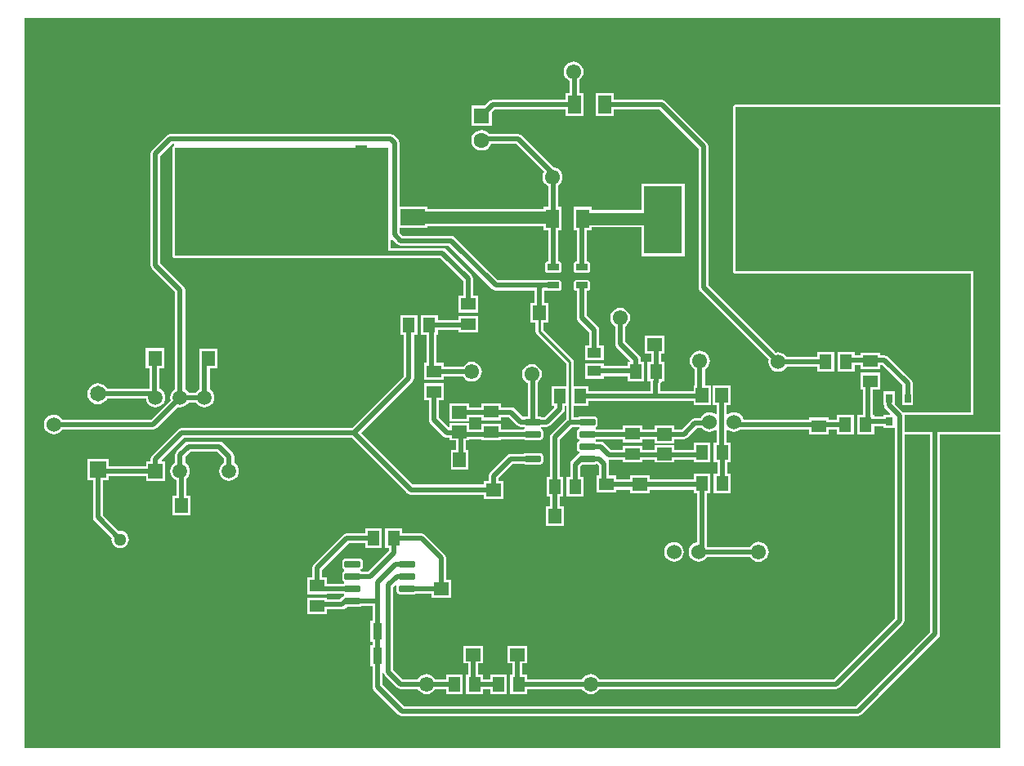
<source format=gtl>
G04 Layer_Physical_Order=1*
G04 Layer_Color=255*
%FSLAX24Y24*%
%MOIN*%
G70*
G01*
G75*
%ADD10R,0.1575X0.2756*%
G04:AMPARAMS|DCode=11|XSize=25.6mil|YSize=65mil|CornerRadius=1.9mil|HoleSize=0mil|Usage=FLASHONLY|Rotation=270.000|XOffset=0mil|YOffset=0mil|HoleType=Round|Shape=RoundedRectangle|*
%AMROUNDEDRECTD11*
21,1,0.0256,0.0611,0,0,270.0*
21,1,0.0218,0.0650,0,0,270.0*
1,1,0.0038,-0.0306,-0.0109*
1,1,0.0038,-0.0306,0.0109*
1,1,0.0038,0.0306,0.0109*
1,1,0.0038,0.0306,-0.0109*
%
%ADD11ROUNDEDRECTD11*%
%ADD12R,0.0610X0.0532*%
%ADD13R,0.0591X0.0492*%
%ADD14R,0.0492X0.0591*%
%ADD15R,0.0547X0.0626*%
%ADD16R,0.0532X0.0748*%
%ADD17R,0.0748X0.0532*%
%ADD18R,0.0984X0.0669*%
%ADD19R,0.0532X0.0610*%
%ADD20R,0.0551X0.0413*%
%ADD21R,0.0669X0.0374*%
%ADD22R,0.0256X0.0354*%
G04:AMPARAMS|DCode=23|XSize=25.6mil|YSize=47.2mil|CornerRadius=1.9mil|HoleSize=0mil|Usage=FLASHONLY|Rotation=270.000|XOffset=0mil|YOffset=0mil|HoleType=Round|Shape=RoundedRectangle|*
%AMROUNDEDRECTD23*
21,1,0.0256,0.0434,0,0,270.0*
21,1,0.0218,0.0472,0,0,270.0*
1,1,0.0038,-0.0217,-0.0109*
1,1,0.0038,-0.0217,0.0109*
1,1,0.0038,0.0217,0.0109*
1,1,0.0038,0.0217,-0.0109*
%
%ADD23ROUNDEDRECTD23*%
%ADD24R,0.0374X0.0669*%
%ADD25C,0.0200*%
%ADD26C,0.0500*%
%ADD27C,0.0100*%
%ADD28C,0.0600*%
%ADD29R,0.0630X0.0630*%
%ADD30C,0.0630*%
%ADD31R,0.0512X0.0512*%
%ADD32C,0.0512*%
%ADD33R,0.0512X0.0512*%
%ADD34C,0.0650*%
%ADD35R,0.0650X0.0650*%
%ADD36C,0.0610*%
%ADD37C,0.0591*%
%ADD38R,0.0591X0.0591*%
G36*
X39898Y26352D02*
X29100D01*
X29061Y26344D01*
X29028Y26322D01*
X29006Y26289D01*
X28998Y26250D01*
Y19550D01*
X29006Y19511D01*
X29028Y19478D01*
X29061Y19456D01*
X29100Y19448D01*
X38698D01*
Y13802D01*
X36042D01*
X36024Y13798D01*
X36006Y13795D01*
X35997Y13792D01*
X35994Y13790D01*
X35991Y13790D01*
X35940Y13798D01*
X35604Y14134D01*
Y14650D01*
X35148D01*
Y14095D01*
X35172D01*
Y14074D01*
X35188Y13996D01*
X35232Y13930D01*
X35411Y13751D01*
X35392Y13705D01*
X35148D01*
Y13631D01*
X34759D01*
Y13695D01*
X34704D01*
Y14717D01*
X34995D01*
Y15409D01*
X34205D01*
Y14717D01*
X34296D01*
Y13695D01*
X34067D01*
Y12905D01*
X34759D01*
Y13224D01*
X35148D01*
Y13150D01*
X35592D01*
Y12804D01*
X35596Y12784D01*
Y5384D01*
X33116Y2904D01*
X23554D01*
X23554Y2904D01*
X23489Y2989D01*
X23404Y3054D01*
X23306Y3095D01*
X23200Y3109D01*
X23094Y3095D01*
X22996Y3054D01*
X22911Y2989D01*
X22846Y2904D01*
X22846Y2904D01*
X20609D01*
Y3095D01*
X20404D01*
Y3541D01*
X20605D01*
Y4272D01*
X19795D01*
Y3541D01*
X19996D01*
Y3095D01*
X19917D01*
Y2305D01*
X20609D01*
Y2496D01*
X22846D01*
X22846Y2496D01*
X22911Y2411D01*
X22996Y2346D01*
X23094Y2305D01*
X23200Y2291D01*
X23306Y2305D01*
X23404Y2346D01*
X23489Y2411D01*
X23554Y2496D01*
X23554Y2496D01*
X33200D01*
X33278Y2512D01*
X33344Y2556D01*
X35944Y5156D01*
X35988Y5222D01*
X36004Y5300D01*
Y12800D01*
X36000Y12820D01*
Y12898D01*
X37046D01*
Y4834D01*
X34016Y1804D01*
X15584D01*
X14703Y2686D01*
Y3162D01*
X14753Y3167D01*
X14762Y3122D01*
X14806Y3056D01*
X15306Y2556D01*
X15372Y2512D01*
X15450Y2496D01*
X16146D01*
X16146Y2496D01*
X16211Y2411D01*
X16296Y2346D01*
X16394Y2305D01*
X16500Y2291D01*
X16606Y2305D01*
X16704Y2346D01*
X16789Y2411D01*
X16854Y2496D01*
X16854Y2496D01*
X17291D01*
Y2305D01*
X17983D01*
Y3095D01*
X17291D01*
Y2904D01*
X16854D01*
X16854Y2904D01*
X16789Y2989D01*
X16704Y3054D01*
X16606Y3095D01*
X16500Y3109D01*
X16394Y3095D01*
X16296Y3054D01*
X16211Y2989D01*
X16146Y2904D01*
X16146Y2904D01*
X15534D01*
X15154Y3284D01*
Y6666D01*
X15243Y6755D01*
X15289Y6730D01*
X15285Y6709D01*
Y6491D01*
X15294Y6445D01*
X15321Y6405D01*
X15360Y6379D01*
X15407Y6370D01*
X16018D01*
X16064Y6379D01*
X16090Y6396D01*
X16695D01*
Y6228D01*
X17505D01*
Y6959D01*
X17304D01*
Y7850D01*
X17288Y7928D01*
X17244Y7994D01*
X16444Y8794D01*
X16378Y8838D01*
X16300Y8854D01*
X15509D01*
Y9045D01*
X14817D01*
Y8255D01*
X14959D01*
Y8148D01*
X14116Y7304D01*
X13866D01*
X13840Y7321D01*
X13822Y7325D01*
Y7375D01*
X13840Y7379D01*
X13879Y7405D01*
X13906Y7445D01*
X13915Y7491D01*
Y7709D01*
X13906Y7755D01*
X13879Y7795D01*
X13840Y7821D01*
X13793Y7830D01*
X13182D01*
X13136Y7821D01*
X13096Y7795D01*
X13070Y7755D01*
X13061Y7709D01*
Y7491D01*
X13070Y7445D01*
X13096Y7405D01*
X13136Y7379D01*
X13153Y7375D01*
Y7325D01*
X13136Y7321D01*
X13096Y7295D01*
X13070Y7255D01*
X13061Y7209D01*
Y6991D01*
X13070Y6945D01*
X13096Y6905D01*
X13136Y6879D01*
X13153Y6875D01*
Y6825D01*
X13136Y6821D01*
X13110Y6804D01*
X12445D01*
Y7059D01*
X12254D01*
Y7366D01*
X13334Y8446D01*
X13991D01*
Y8255D01*
X14683D01*
Y9045D01*
X13991D01*
Y8854D01*
X13250D01*
X13172Y8838D01*
X13106Y8794D01*
X11906Y7594D01*
X11862Y7528D01*
X11846Y7450D01*
Y7059D01*
X11655D01*
Y6367D01*
X12445D01*
Y6396D01*
X13110D01*
X13136Y6379D01*
X13153Y6375D01*
Y6325D01*
X13136Y6321D01*
X13096Y6295D01*
X13070Y6255D01*
X13070Y6253D01*
X13056Y6244D01*
X12966Y6154D01*
X12445D01*
Y6233D01*
X12089D01*
X12050Y6241D01*
X12011Y6233D01*
X11655D01*
Y5541D01*
X12445D01*
Y5746D01*
X13050D01*
X13128Y5762D01*
X13194Y5806D01*
X13258Y5870D01*
X13793D01*
X13840Y5879D01*
X13866Y5896D01*
X14295D01*
Y5285D01*
X14212D01*
Y4415D01*
X14295D01*
Y4285D01*
X14212D01*
Y3415D01*
X14295D01*
Y2601D01*
X14310Y2523D01*
X14355Y2457D01*
X15356Y1456D01*
X15422Y1412D01*
X15500Y1396D01*
X34100D01*
X34178Y1412D01*
X34244Y1456D01*
X37394Y4606D01*
X37438Y4672D01*
X37454Y4750D01*
Y12898D01*
X39898D01*
Y102D01*
X102D01*
Y29898D01*
X39898D01*
Y26352D01*
D02*
G37*
G36*
Y19550D02*
Y13000D01*
X36000D01*
Y13654D01*
X36013Y13676D01*
X36033Y13697D01*
X36042Y13700D01*
X38800D01*
Y19550D01*
X29100D01*
Y26250D01*
X39898D01*
Y19550D01*
D02*
G37*
%LPC*%
G36*
X5800Y16413D02*
X5052D01*
Y15587D01*
X5196D01*
Y14749D01*
X3475D01*
X3471Y14760D01*
X3403Y14848D01*
X3314Y14916D01*
X3211Y14959D01*
X3100Y14974D01*
X2989Y14959D01*
X2886Y14916D01*
X2797Y14848D01*
X2729Y14760D01*
X2686Y14656D01*
X2672Y14545D01*
X2686Y14434D01*
X2729Y14331D01*
X2797Y14242D01*
X2886Y14174D01*
X2989Y14131D01*
X3100Y14117D01*
X3211Y14131D01*
X3314Y14174D01*
X3403Y14242D01*
X3471Y14331D01*
X3475Y14341D01*
X5064D01*
X5070Y14297D01*
X5109Y14201D01*
X5173Y14118D01*
X5255Y14055D01*
X5352Y14015D01*
X5455Y14001D01*
X5558Y14015D01*
X5654Y14055D01*
X5737Y14118D01*
X5800Y14201D01*
X5840Y14297D01*
X5853Y14400D01*
X5840Y14503D01*
X5800Y14599D01*
X5737Y14682D01*
X5654Y14745D01*
X5604Y14766D01*
Y15587D01*
X5800D01*
Y16413D01*
D02*
G37*
G36*
X33959Y16245D02*
X33267D01*
Y15455D01*
X33959D01*
Y15709D01*
X34205D01*
Y15543D01*
X34995D01*
Y15709D01*
X35102D01*
X35920Y14892D01*
Y14650D01*
X35896D01*
Y14095D01*
X36352D01*
Y14650D01*
X36328D01*
Y14976D01*
X36328Y14976D01*
X36312Y15054D01*
X36268Y15120D01*
X35331Y16058D01*
X35265Y16102D01*
X35187Y16117D01*
X34995D01*
Y16235D01*
X34205D01*
Y16117D01*
X33959D01*
Y16245D01*
D02*
G37*
G36*
X26600Y8503D02*
X26496Y8490D01*
X26398Y8449D01*
X26315Y8385D01*
X26251Y8302D01*
X26210Y8204D01*
X26197Y8100D01*
X26210Y7996D01*
X26251Y7898D01*
X26315Y7815D01*
X26398Y7751D01*
X26496Y7710D01*
X26600Y7697D01*
X26704Y7710D01*
X26802Y7751D01*
X26885Y7815D01*
X26949Y7898D01*
X26990Y7996D01*
X27003Y8100D01*
X26990Y8204D01*
X26949Y8302D01*
X26885Y8385D01*
X26802Y8449D01*
X26704Y8490D01*
X26600Y8503D01*
D02*
G37*
G36*
X18805Y4272D02*
X17995D01*
Y3541D01*
X18196D01*
Y3095D01*
X18117D01*
Y2305D01*
X18809D01*
Y2496D01*
X19091D01*
Y2305D01*
X19783D01*
Y3095D01*
X19091D01*
Y2904D01*
X18809D01*
Y3095D01*
X18604D01*
Y3541D01*
X18805D01*
Y4272D01*
D02*
G37*
G36*
X16133Y17745D02*
X15441D01*
Y16955D01*
X15583D01*
Y15271D01*
X13466Y13154D01*
X6509D01*
X6431Y13138D01*
X6365Y13094D01*
X5311Y12039D01*
X5266Y11973D01*
X5251Y11895D01*
Y11795D01*
X5059D01*
Y11604D01*
X3525D01*
Y11880D01*
X2675D01*
Y11030D01*
X2896D01*
Y9508D01*
X2912Y9430D01*
X2956Y9364D01*
X3657Y8662D01*
X3649Y8600D01*
X3661Y8507D01*
X3697Y8421D01*
X3754Y8346D01*
X3828Y8289D01*
X3915Y8253D01*
X4008Y8241D01*
X4101Y8253D01*
X4187Y8289D01*
X4262Y8346D01*
X4319Y8421D01*
X4355Y8507D01*
X4367Y8600D01*
X4355Y8693D01*
X4319Y8779D01*
X4262Y8854D01*
X4187Y8911D01*
X4101Y8947D01*
X4008Y8959D01*
X3945Y8951D01*
X3304Y9592D01*
Y11030D01*
X3525D01*
Y11196D01*
X5059D01*
Y11005D01*
X5850D01*
Y11795D01*
X5714D01*
X5693Y11845D01*
X6594Y12746D01*
X13466D01*
X15718Y10493D01*
X15718Y10493D01*
X15785Y10449D01*
X15863Y10433D01*
X18845D01*
Y10272D01*
X19655D01*
Y11003D01*
X19454D01*
Y11116D01*
X20034Y11696D01*
X20460D01*
X20486Y11679D01*
X20532Y11670D01*
X21143D01*
X21190Y11679D01*
X21229Y11705D01*
X21256Y11745D01*
X21265Y11791D01*
Y12009D01*
X21256Y12055D01*
X21229Y12095D01*
X21190Y12121D01*
X21143Y12130D01*
X20532D01*
X20486Y12121D01*
X20460Y12104D01*
X19950D01*
X19872Y12088D01*
X19806Y12044D01*
X19806Y12044D01*
X19106Y11344D01*
X19062Y11278D01*
X19046Y11200D01*
Y11003D01*
X18845D01*
Y10841D01*
X15947D01*
X13838Y12950D01*
X15931Y15042D01*
X15975Y15109D01*
X15991Y15187D01*
Y16955D01*
X16133D01*
Y17745D01*
D02*
G37*
G36*
X8050Y12604D02*
X6800D01*
X6722Y12588D01*
X6656Y12544D01*
X6306Y12194D01*
X6262Y12128D01*
X6246Y12050D01*
X6251Y12026D01*
Y11742D01*
X6173Y11682D01*
X6109Y11599D01*
X6070Y11503D01*
X6056Y11400D01*
X6070Y11297D01*
X6109Y11201D01*
X6173Y11118D01*
X6255Y11055D01*
X6302Y11035D01*
Y10405D01*
X6141D01*
Y9595D01*
X6872D01*
Y10405D01*
X6710D01*
Y11098D01*
X6737Y11118D01*
X6800Y11201D01*
X6840Y11297D01*
X6853Y11400D01*
X6840Y11503D01*
X6800Y11599D01*
X6737Y11682D01*
X6659Y11742D01*
Y11970D01*
X6884Y12196D01*
X7966D01*
X8251Y11911D01*
Y11742D01*
X8173Y11682D01*
X8109Y11599D01*
X8070Y11503D01*
X8056Y11400D01*
X8070Y11297D01*
X8109Y11201D01*
X8173Y11118D01*
X8255Y11055D01*
X8352Y11015D01*
X8455Y11001D01*
X8558Y11015D01*
X8654Y11055D01*
X8737Y11118D01*
X8800Y11201D01*
X8840Y11297D01*
X8853Y11400D01*
X8840Y11503D01*
X8800Y11599D01*
X8737Y11682D01*
X8659Y11742D01*
Y11995D01*
X8643Y12073D01*
X8599Y12139D01*
X8194Y12544D01*
X8128Y12588D01*
X8050Y12604D01*
D02*
G37*
G36*
X27037Y23128D02*
X25263D01*
Y22053D01*
X23226D01*
Y22174D01*
X22494D01*
Y21226D01*
X22627D01*
Y19954D01*
X22614D01*
X22567Y19945D01*
X22528Y19919D01*
X22501Y19879D01*
X22492Y19833D01*
Y19615D01*
X22501Y19569D01*
X22528Y19529D01*
X22567Y19503D01*
X22614Y19494D01*
X23048D01*
X23094Y19503D01*
X23134Y19529D01*
X23160Y19569D01*
X23169Y19615D01*
Y19833D01*
X23160Y19879D01*
X23134Y19919D01*
X23094Y19945D01*
X23048Y19954D01*
X23035D01*
Y21226D01*
X23226D01*
Y21347D01*
X25263D01*
Y20172D01*
X27037D01*
Y23128D01*
D02*
G37*
G36*
X18750Y25319D02*
X18642Y25304D01*
X18541Y25262D01*
X18454Y25196D01*
X18388Y25109D01*
X18346Y25008D01*
X18331Y24900D01*
X18346Y24792D01*
X18388Y24691D01*
X18454Y24604D01*
X18541Y24538D01*
X18642Y24496D01*
X18750Y24481D01*
X18858Y24496D01*
X18959Y24538D01*
X19046Y24604D01*
X19112Y24691D01*
X19135Y24746D01*
X20166D01*
X21295Y23616D01*
X21286Y23604D01*
X21245Y23506D01*
X21231Y23400D01*
X21245Y23294D01*
X21286Y23196D01*
X21351Y23111D01*
X21435Y23046D01*
X21465Y23034D01*
Y22174D01*
X21274D01*
Y22103D01*
X16530D01*
Y22185D01*
X15404D01*
Y24800D01*
X15388Y24878D01*
X15344Y24944D01*
X15194Y25094D01*
X15128Y25138D01*
X15050Y25154D01*
X6050D01*
X5972Y25138D01*
X5906Y25094D01*
X5306Y24494D01*
X5262Y24428D01*
X5246Y24350D01*
Y19800D01*
X5262Y19722D01*
X5306Y19656D01*
X6251Y18711D01*
Y14742D01*
X6173Y14682D01*
X6109Y14599D01*
X6070Y14503D01*
X6056Y14400D01*
X6069Y14303D01*
X5270Y13504D01*
X1648D01*
X1585Y13585D01*
X1502Y13649D01*
X1404Y13690D01*
X1300Y13703D01*
X1196Y13690D01*
X1098Y13649D01*
X1015Y13585D01*
X951Y13502D01*
X910Y13404D01*
X897Y13300D01*
X910Y13196D01*
X951Y13098D01*
X1015Y13015D01*
X1098Y12951D01*
X1196Y12910D01*
X1300Y12897D01*
X1404Y12910D01*
X1502Y12951D01*
X1585Y13015D01*
X1648Y13096D01*
X5355D01*
X5433Y13112D01*
X5499Y13156D01*
X6357Y14014D01*
X6455Y14001D01*
X6558Y14015D01*
X6654Y14055D01*
X6737Y14118D01*
X6796Y14196D01*
X7113D01*
X7173Y14118D01*
X7255Y14055D01*
X7352Y14015D01*
X7455Y14001D01*
X7558Y14015D01*
X7654Y14055D01*
X7737Y14118D01*
X7800Y14201D01*
X7840Y14297D01*
X7853Y14400D01*
X7840Y14503D01*
X7800Y14599D01*
X7737Y14682D01*
X7659Y14742D01*
Y15595D01*
X7972D01*
Y16405D01*
X7241D01*
Y15595D01*
X7251D01*
Y14742D01*
X7173Y14682D01*
X7113Y14604D01*
X6796D01*
X6737Y14682D01*
X6659Y14742D01*
Y18795D01*
X6643Y18873D01*
X6599Y18939D01*
X5654Y19884D01*
Y24266D01*
X6134Y24746D01*
X6216D01*
X6220Y24696D01*
X6211Y24694D01*
X6178Y24672D01*
X6156Y24639D01*
X6148Y24600D01*
Y20200D01*
X6156Y20161D01*
X6178Y20128D01*
X6211Y20106D01*
X6250Y20098D01*
X14590Y20098D01*
X14600Y20096D01*
X17066D01*
X17996Y19166D01*
Y18559D01*
X17805D01*
Y17867D01*
X18595D01*
Y18559D01*
X18404D01*
Y19250D01*
X18388Y19328D01*
X18344Y19394D01*
X17294Y20444D01*
X17228Y20488D01*
X17150Y20504D01*
X15052D01*
Y20839D01*
X15102Y20860D01*
X15306Y20656D01*
X15372Y20612D01*
X15450Y20596D01*
X17416D01*
X19180Y18832D01*
X19246Y18788D01*
X19324Y18772D01*
X20902D01*
Y18255D01*
X20741D01*
Y17445D01*
X20953D01*
Y17094D01*
X20965Y17035D01*
X20998Y16986D01*
X22197Y15787D01*
Y14845D01*
X21591D01*
Y14055D01*
X21696D01*
X21716Y14005D01*
X21316Y13604D01*
X21216D01*
X21190Y13621D01*
X21143Y13630D01*
X21042D01*
Y15025D01*
X21089Y15061D01*
X21154Y15146D01*
X21195Y15244D01*
X21209Y15350D01*
X21195Y15456D01*
X21154Y15554D01*
X21089Y15639D01*
X21004Y15704D01*
X20906Y15745D01*
X20800Y15759D01*
X20694Y15745D01*
X20596Y15704D01*
X20511Y15639D01*
X20446Y15554D01*
X20405Y15456D01*
X20391Y15350D01*
X20405Y15244D01*
X20446Y15146D01*
X20511Y15061D01*
X20596Y14996D01*
X20634Y14980D01*
Y13630D01*
X20532D01*
X20486Y13621D01*
X20460Y13604D01*
X20434D01*
X20094Y13944D01*
X20028Y13988D01*
X19950Y14004D01*
X19545D01*
Y14159D01*
X18755D01*
Y14004D01*
X18255D01*
Y14159D01*
X17445D01*
Y13428D01*
X18255D01*
Y13596D01*
X18755D01*
Y13467D01*
X19545D01*
Y13596D01*
X19866D01*
X20206Y13256D01*
X20272Y13212D01*
X20350Y13196D01*
X20460D01*
X20486Y13179D01*
X20503Y13175D01*
Y13125D01*
X20486Y13121D01*
X20460Y13104D01*
X19545D01*
Y13333D01*
X18755D01*
Y13104D01*
X18255D01*
Y13372D01*
X17445D01*
Y13214D01*
X17395Y13194D01*
X17004Y13584D01*
Y14291D01*
X17195D01*
Y14983D01*
X16405D01*
Y14291D01*
X16596D01*
Y13500D01*
X16612Y13422D01*
X16656Y13356D01*
X17206Y12806D01*
X17206Y12806D01*
X17272Y12762D01*
X17350Y12746D01*
X17445D01*
Y12641D01*
X17702D01*
Y12255D01*
X17491D01*
Y11445D01*
X18222D01*
Y12255D01*
X18110D01*
Y12641D01*
X18255D01*
Y12696D01*
X18755D01*
Y12641D01*
X19545D01*
Y12696D01*
X20460D01*
X20486Y12679D01*
X20532Y12670D01*
X21143D01*
X21190Y12679D01*
X21229Y12705D01*
X21256Y12745D01*
X21265Y12791D01*
Y13009D01*
X21256Y13055D01*
X21229Y13095D01*
X21190Y13121D01*
X21172Y13125D01*
Y13175D01*
X21190Y13179D01*
X21216Y13196D01*
X21400D01*
X21478Y13212D01*
X21544Y13256D01*
X22081Y13792D01*
X22125Y13859D01*
X22141Y13937D01*
Y14055D01*
X22197D01*
Y13535D01*
X21592Y12931D01*
X21548Y12865D01*
X21533Y12787D01*
Y11145D01*
X21391D01*
Y10355D01*
X21533D01*
Y9955D01*
X21378D01*
Y9145D01*
X22109D01*
Y9955D01*
X21941D01*
Y10355D01*
X22083D01*
Y11145D01*
X21941D01*
Y12702D01*
X22434Y13196D01*
X22684D01*
X22710Y13179D01*
X22728Y13175D01*
Y13125D01*
X22710Y13121D01*
X22671Y13095D01*
X22644Y13055D01*
X22635Y13009D01*
Y12791D01*
X22644Y12745D01*
X22671Y12705D01*
X22710Y12679D01*
X22728Y12675D01*
Y12625D01*
X22710Y12621D01*
X22671Y12595D01*
X22644Y12555D01*
X22635Y12509D01*
Y12291D01*
X22644Y12245D01*
X22671Y12205D01*
X22710Y12179D01*
X22728Y12175D01*
Y12125D01*
X22710Y12121D01*
X22671Y12095D01*
X22644Y12055D01*
X22639Y12027D01*
X22419Y11808D01*
X22375Y11741D01*
X22359Y11663D01*
Y11145D01*
X22217D01*
Y10355D01*
X22909D01*
Y11145D01*
X22767D01*
Y11579D01*
X22858Y11670D01*
X23368D01*
X23414Y11679D01*
X23440Y11696D01*
X23466D01*
X23546Y11616D01*
Y11209D01*
X23455D01*
Y10517D01*
X24245D01*
Y10640D01*
X24795D01*
Y10478D01*
X25605D01*
Y10640D01*
X27391D01*
Y10505D01*
X27533D01*
Y8495D01*
X27496Y8490D01*
X27398Y8449D01*
X27315Y8385D01*
X27251Y8302D01*
X27210Y8204D01*
X27197Y8100D01*
X27210Y7996D01*
X27251Y7898D01*
X27315Y7815D01*
X27398Y7751D01*
X27496Y7710D01*
X27600Y7697D01*
X27704Y7710D01*
X27802Y7751D01*
X27885Y7815D01*
X27948Y7896D01*
X29696D01*
X29696Y7896D01*
X29761Y7811D01*
X29846Y7746D01*
X29944Y7705D01*
X30050Y7691D01*
X30156Y7705D01*
X30254Y7746D01*
X30339Y7811D01*
X30404Y7896D01*
X30445Y7994D01*
X30459Y8100D01*
X30445Y8206D01*
X30404Y8304D01*
X30339Y8389D01*
X30254Y8454D01*
X30156Y8495D01*
X30050Y8509D01*
X29944Y8495D01*
X29846Y8454D01*
X29761Y8389D01*
X29696Y8304D01*
X29696Y8304D01*
X27948D01*
X27941Y8313D01*
Y10505D01*
X28083D01*
Y11295D01*
X27391D01*
Y11048D01*
X25605D01*
Y11209D01*
X24795D01*
Y11048D01*
X24245D01*
Y11209D01*
X23954D01*
Y11700D01*
X23938Y11778D01*
X23923Y11800D01*
X23946Y11838D01*
X23953Y11846D01*
X24505D01*
Y11741D01*
X25295D01*
Y11846D01*
X25795D01*
Y11741D01*
X26605D01*
Y11846D01*
X27391D01*
Y11755D01*
X28083D01*
Y12545D01*
X27391D01*
Y12254D01*
X26605D01*
Y12472D01*
X25795D01*
Y12254D01*
X25295D01*
Y12433D01*
X24505D01*
Y12254D01*
X24034D01*
X23744Y12544D01*
X23678Y12588D01*
X23600Y12604D01*
X23440D01*
X23414Y12621D01*
X23397Y12625D01*
Y12675D01*
X23414Y12679D01*
X23440Y12696D01*
X24505D01*
Y12567D01*
X25295D01*
Y12696D01*
X25795D01*
Y12528D01*
X26605D01*
Y12696D01*
X27000D01*
X27078Y12712D01*
X27144Y12756D01*
X27534Y13146D01*
X27741D01*
X27765Y13115D01*
X27848Y13051D01*
X27946Y13010D01*
X28050Y12997D01*
X28154Y13010D01*
X28252Y13051D01*
X28296Y13085D01*
X28346Y13060D01*
Y12545D01*
X28217D01*
Y11755D01*
X28359D01*
Y11295D01*
X28217D01*
Y10505D01*
X28909D01*
Y11295D01*
X28767D01*
Y11755D01*
X28909D01*
Y12545D01*
X28754D01*
Y13060D01*
X28804Y13085D01*
X28848Y13051D01*
X28946Y13010D01*
X29050Y12997D01*
X29154Y13010D01*
X29252Y13051D01*
X29311Y13096D01*
X32105D01*
Y12891D01*
X32895D01*
Y13096D01*
X33241D01*
Y12905D01*
X33933D01*
Y13695D01*
X33241D01*
Y13504D01*
X32895D01*
Y13583D01*
X32105D01*
Y13504D01*
X29440D01*
X29440Y13504D01*
X29399Y13602D01*
X29335Y13685D01*
X29252Y13749D01*
X29154Y13790D01*
X29050Y13803D01*
X28946Y13790D01*
X28848Y13749D01*
X28804Y13715D01*
X28754Y13740D01*
Y14095D01*
X28909D01*
Y14905D01*
X28178D01*
Y14095D01*
X28346D01*
Y13740D01*
X28296Y13715D01*
X28252Y13749D01*
X28154Y13790D01*
X28050Y13803D01*
X27946Y13790D01*
X27848Y13749D01*
X27765Y13685D01*
X27701Y13602D01*
X27681Y13554D01*
X27450D01*
X27372Y13538D01*
X27306Y13494D01*
X26916Y13104D01*
X26605D01*
Y13259D01*
X25795D01*
Y13104D01*
X25295D01*
Y13259D01*
X24505D01*
Y13104D01*
X23440D01*
X23414Y13121D01*
X23397Y13125D01*
Y13175D01*
X23414Y13179D01*
X23454Y13205D01*
X23480Y13245D01*
X23489Y13291D01*
Y13509D01*
X23480Y13555D01*
X23454Y13595D01*
X23414Y13621D01*
X23368Y13630D01*
X22757D01*
X22710Y13621D01*
X22684Y13604D01*
X22503D01*
Y14055D01*
X23109D01*
Y14246D01*
X27391D01*
Y14095D01*
X28122D01*
Y14905D01*
X27860D01*
Y15551D01*
X27939Y15611D01*
X28004Y15696D01*
X28045Y15794D01*
X28059Y15900D01*
X28045Y16006D01*
X28004Y16104D01*
X27939Y16189D01*
X27854Y16254D01*
X27756Y16295D01*
X27650Y16309D01*
X27544Y16295D01*
X27446Y16254D01*
X27361Y16189D01*
X27296Y16104D01*
X27255Y16006D01*
X27241Y15900D01*
X27255Y15794D01*
X27296Y15696D01*
X27361Y15611D01*
X27446Y15546D01*
X27452Y15543D01*
Y14905D01*
X27391D01*
Y14654D01*
X26054D01*
Y14969D01*
X26067Y15037D01*
X26111Y15055D01*
X26209D01*
Y15845D01*
X26067D01*
Y16191D01*
X26205D01*
Y16922D01*
X25395D01*
Y16191D01*
X25659D01*
Y15845D01*
X25517D01*
Y15055D01*
X25642D01*
X25646Y15050D01*
Y14654D01*
X23109D01*
Y14845D01*
X22503D01*
Y15850D01*
X22491Y15909D01*
X22458Y15958D01*
X21259Y17157D01*
Y17445D01*
X21472D01*
Y18255D01*
X21310D01*
Y18772D01*
X21380D01*
X21406Y18755D01*
X21452Y18746D01*
X21886D01*
X21933Y18755D01*
X21972Y18781D01*
X21999Y18821D01*
X22008Y18867D01*
Y19085D01*
X21999Y19131D01*
X21972Y19171D01*
X21933Y19197D01*
X21886Y19206D01*
X21452D01*
X21406Y19197D01*
X21380Y19180D01*
X19408D01*
X17644Y20944D01*
X17578Y20988D01*
X17500Y21004D01*
X15534D01*
X15404Y21134D01*
Y21315D01*
X16530D01*
Y21397D01*
X21274D01*
Y21226D01*
X21465D01*
Y19954D01*
X21452D01*
X21406Y19945D01*
X21366Y19919D01*
X21340Y19879D01*
X21331Y19833D01*
Y19615D01*
X21340Y19569D01*
X21366Y19529D01*
X21406Y19503D01*
X21452Y19494D01*
X21886D01*
X21933Y19503D01*
X21972Y19529D01*
X21999Y19569D01*
X22008Y19615D01*
Y19833D01*
X21999Y19879D01*
X21972Y19919D01*
X21933Y19945D01*
X21886Y19954D01*
X21873D01*
Y21226D01*
X22006D01*
Y22174D01*
X21873D01*
Y23068D01*
X21929Y23111D01*
X21994Y23196D01*
X22034Y23294D01*
X22048Y23400D01*
X22034Y23506D01*
X21994Y23604D01*
X21929Y23689D01*
X21844Y23754D01*
X21746Y23795D01*
X21686Y23803D01*
X20394Y25094D01*
X20328Y25138D01*
X20250Y25154D01*
X19078D01*
X19046Y25196D01*
X18959Y25262D01*
X18858Y25304D01*
X18750Y25319D01*
D02*
G37*
G36*
X22500Y28109D02*
X22394Y28095D01*
X22296Y28054D01*
X22211Y27989D01*
X22146Y27904D01*
X22105Y27806D01*
X22091Y27700D01*
X22105Y27594D01*
X22146Y27496D01*
X22211Y27411D01*
X22296Y27346D01*
X22336Y27329D01*
Y26824D01*
X22174D01*
Y26554D01*
X19200D01*
X19122Y26538D01*
X19056Y26494D01*
X18877Y26315D01*
X18335D01*
Y25485D01*
X19165D01*
Y26027D01*
X19284Y26146D01*
X22174D01*
Y25876D01*
X22906D01*
Y26824D01*
X22744D01*
Y27376D01*
X22789Y27411D01*
X22854Y27496D01*
X22895Y27594D01*
X22909Y27700D01*
X22895Y27806D01*
X22854Y27904D01*
X22789Y27989D01*
X22704Y28054D01*
X22606Y28095D01*
X22500Y28109D01*
D02*
G37*
G36*
X16959Y17745D02*
X16267D01*
Y16955D01*
X16509D01*
Y15809D01*
X16405D01*
Y15117D01*
X17195D01*
Y15246D01*
X17996D01*
X17996Y15246D01*
X18061Y15161D01*
X18146Y15096D01*
X18244Y15055D01*
X18350Y15041D01*
X18456Y15055D01*
X18554Y15096D01*
X18639Y15161D01*
X18704Y15246D01*
X18745Y15344D01*
X18759Y15450D01*
X18745Y15556D01*
X18704Y15654D01*
X18639Y15739D01*
X18554Y15804D01*
X18456Y15845D01*
X18350Y15859D01*
X18244Y15845D01*
X18146Y15804D01*
X18061Y15739D01*
X17996Y15654D01*
X17996Y15654D01*
X17195D01*
Y15809D01*
X16917D01*
Y16955D01*
X16959D01*
Y17146D01*
X17805D01*
Y17041D01*
X18595D01*
Y17733D01*
X17805D01*
Y17554D01*
X16959D01*
Y17745D01*
D02*
G37*
G36*
X24400Y18059D02*
X24294Y18045D01*
X24196Y18004D01*
X24111Y17939D01*
X24046Y17854D01*
X24005Y17756D01*
X23991Y17650D01*
X24005Y17544D01*
X24046Y17446D01*
X24111Y17361D01*
X24196Y17296D01*
X24196Y17296D01*
Y16600D01*
X24212Y16522D01*
X24256Y16456D01*
X24816Y15895D01*
X24796Y15845D01*
X24691D01*
Y15680D01*
X23726D01*
Y15783D01*
X22974D01*
Y15169D01*
X23726D01*
Y15272D01*
X24691D01*
Y15055D01*
X25383D01*
Y15845D01*
X25241D01*
Y15963D01*
X25225Y16041D01*
X25181Y16108D01*
X24604Y16684D01*
Y17296D01*
X24604Y17296D01*
X24689Y17361D01*
X24754Y17446D01*
X24795Y17544D01*
X24809Y17650D01*
X24795Y17756D01*
X24754Y17854D01*
X24689Y17939D01*
X24604Y18004D01*
X24506Y18045D01*
X24400Y18059D01*
D02*
G37*
G36*
X24126Y26824D02*
X23394D01*
Y25876D01*
X24126D01*
Y26146D01*
X26016D01*
X27596Y24566D01*
Y18900D01*
X27612Y18822D01*
X27656Y18756D01*
X30460Y15952D01*
X30447Y15850D01*
X30460Y15746D01*
X30501Y15648D01*
X30565Y15565D01*
X30648Y15501D01*
X30746Y15460D01*
X30850Y15447D01*
X30954Y15460D01*
X31052Y15501D01*
X31135Y15565D01*
X31198Y15646D01*
X32441D01*
Y15455D01*
X33133D01*
Y16245D01*
X32441D01*
Y16054D01*
X31198D01*
X31135Y16135D01*
X31052Y16199D01*
X30954Y16240D01*
X30850Y16253D01*
X30748Y16240D01*
X28004Y18984D01*
Y24650D01*
X27988Y24728D01*
X27944Y24794D01*
X26244Y26494D01*
X26178Y26538D01*
X26100Y26554D01*
X24126D01*
Y26824D01*
D02*
G37*
G36*
X23048Y19206D02*
X22614D01*
X22567Y19197D01*
X22528Y19171D01*
X22501Y19131D01*
X22492Y19085D01*
Y18867D01*
X22501Y18821D01*
X22528Y18781D01*
X22567Y18755D01*
X22614Y18746D01*
X22627D01*
Y17669D01*
X22642Y17591D01*
X22687Y17525D01*
X23146Y17066D01*
Y16531D01*
X22974D01*
Y15917D01*
X23726D01*
Y16531D01*
X23554D01*
Y17150D01*
X23538Y17228D01*
X23494Y17294D01*
X23035Y17754D01*
Y18746D01*
X23048D01*
X23094Y18755D01*
X23134Y18781D01*
X23160Y18821D01*
X23169Y18867D01*
Y19085D01*
X23160Y19131D01*
X23134Y19171D01*
X23094Y19197D01*
X23048Y19206D01*
D02*
G37*
%LPD*%
G36*
X14950Y24600D02*
Y20200D01*
X6250Y20200D01*
Y24600D01*
X14950Y24600D01*
D02*
G37*
D10*
X26150Y21650D02*
D03*
X30087D02*
D03*
D11*
X15712Y6100D02*
D03*
Y6600D02*
D03*
Y7100D02*
D03*
Y7600D02*
D03*
X13488Y6100D02*
D03*
Y6600D02*
D03*
Y7100D02*
D03*
Y7600D02*
D03*
X20838Y13400D02*
D03*
Y12900D02*
D03*
Y12400D02*
D03*
Y11900D02*
D03*
X23062Y13400D02*
D03*
Y12900D02*
D03*
Y12400D02*
D03*
Y11900D02*
D03*
D12*
X26200Y12894D02*
D03*
Y12106D02*
D03*
X30950Y25856D02*
D03*
Y26644D02*
D03*
X32650Y25856D02*
D03*
Y26644D02*
D03*
X18400Y4694D02*
D03*
Y3906D02*
D03*
X20200Y4694D02*
D03*
Y3906D02*
D03*
X25200Y10844D02*
D03*
Y10056D02*
D03*
X17850Y13794D02*
D03*
Y13006D02*
D03*
X19250Y10637D02*
D03*
Y9850D02*
D03*
X25800Y16556D02*
D03*
Y17344D02*
D03*
X17100Y6594D02*
D03*
Y5806D02*
D03*
D13*
X32500Y14063D02*
D03*
Y13237D02*
D03*
X24900Y12913D02*
D03*
Y12087D02*
D03*
X23850Y10863D02*
D03*
Y10037D02*
D03*
X19150Y13813D02*
D03*
Y12987D02*
D03*
X18200Y17387D02*
D03*
Y18213D02*
D03*
X34600Y15889D02*
D03*
Y15063D02*
D03*
X16800Y14637D02*
D03*
Y15463D02*
D03*
X12050Y5887D02*
D03*
Y6713D02*
D03*
D14*
X33613Y15850D02*
D03*
X32787D02*
D03*
X22763Y14450D02*
D03*
X21937D02*
D03*
X28563Y10900D02*
D03*
X27737D02*
D03*
X21737Y10750D02*
D03*
X22563D02*
D03*
X27737Y12150D02*
D03*
X28563D02*
D03*
X25863Y15450D02*
D03*
X25037D02*
D03*
X20263Y2700D02*
D03*
X19437D02*
D03*
X34413Y13300D02*
D03*
X33587D02*
D03*
X16613Y17350D02*
D03*
X15787D02*
D03*
X14337Y8650D02*
D03*
X15163D02*
D03*
X18463Y2700D02*
D03*
X17637D02*
D03*
D15*
X4674Y16000D02*
D03*
X5426D02*
D03*
D16*
X23760Y26350D02*
D03*
X22540D02*
D03*
X22860Y21700D02*
D03*
X21640D02*
D03*
D17*
X10000Y24280D02*
D03*
Y25500D02*
D03*
X8500Y24290D02*
D03*
Y25510D02*
D03*
X7000Y24280D02*
D03*
Y25500D02*
D03*
D18*
X15937Y21750D02*
D03*
X14363D02*
D03*
D19*
X8394Y16000D02*
D03*
X7606D02*
D03*
X28544Y14500D02*
D03*
X27756D02*
D03*
X20956Y9550D02*
D03*
X21744D02*
D03*
X18644Y11850D02*
D03*
X17856D02*
D03*
X21894Y17850D02*
D03*
X21106D02*
D03*
X7294Y10000D02*
D03*
X6506D02*
D03*
D20*
X23350Y16224D02*
D03*
Y15476D02*
D03*
D21*
X38350Y13349D02*
D03*
Y14451D02*
D03*
X37250Y13349D02*
D03*
Y14451D02*
D03*
D22*
X36124Y13428D02*
D03*
X35376D02*
D03*
Y14372D02*
D03*
X35750D02*
D03*
X36124D02*
D03*
D23*
X22831Y18976D02*
D03*
Y19350D02*
D03*
Y19724D02*
D03*
X21669D02*
D03*
Y18976D02*
D03*
D24*
X14499Y3850D02*
D03*
X15601D02*
D03*
X14499Y4850D02*
D03*
X15601D02*
D03*
D25*
X12050Y6037D02*
X12137Y5950D01*
X14499Y6100D02*
Y6849D01*
Y4850D02*
Y6100D01*
X13488D02*
X14499D01*
X37250Y4750D02*
Y13349D01*
X34100Y1600D02*
X37250Y4750D01*
Y13349D02*
X38350D01*
X15800Y17263D02*
X15887Y17350D01*
X15787Y15187D02*
Y17350D01*
X13550Y12950D02*
X15787Y15187D01*
X27656Y14450D02*
Y15894D01*
X23770Y10844D02*
X25200D01*
X23750Y10863D02*
Y11700D01*
X33700Y15913D02*
X35187D01*
X28550Y14351D02*
X28621Y14422D01*
X12050Y6600D02*
X13488D01*
X20250Y2687D02*
Y2700D01*
X29150Y13300D02*
X33587D01*
X23062Y12900D02*
X27000D01*
X5400Y14455D02*
Y16003D01*
X17956Y12900D02*
X20838D01*
X17906Y12950D02*
Y13123D01*
X17694Y12950D02*
X17900Y13156D01*
X16727Y15450D02*
X18350D01*
X16713Y15463D02*
Y17350D01*
X34500Y14887D02*
X34650Y15037D01*
X18044Y13800D02*
X19950D01*
X17900Y13944D02*
X18044Y13800D01*
X23950Y12050D02*
X27637D01*
X21690Y23514D02*
X21792Y23468D01*
X21742Y23354D02*
X21792Y23468D01*
X21669Y21700D02*
Y23192D01*
Y19724D02*
Y21700D01*
Y23192D02*
X21742Y23354D01*
X15500Y1600D02*
X34100D01*
X14499Y2601D02*
X15500Y1600D01*
X14499Y2601D02*
Y3850D01*
X15450Y2700D02*
X16500D01*
X14950Y3200D02*
X15450Y2700D01*
X14950Y3200D02*
Y6750D01*
X15300Y7100D01*
X23200Y2700D02*
X33200D01*
X20263D02*
X23200D01*
X16500D02*
X17637D01*
X22540Y27690D02*
X22550Y27700D01*
X22540Y26350D02*
Y27690D01*
X1300Y13300D02*
X5355D01*
X6455Y14400D01*
X35796Y12804D02*
Y13654D01*
X35376Y14074D02*
X35796Y13654D01*
X35376Y14074D02*
Y14372D01*
X34541Y13428D02*
X35376D01*
X35796Y12804D02*
X35800Y12800D01*
Y5300D02*
Y12800D01*
X33200Y2700D02*
X35800Y5300D01*
X35187Y15913D02*
X36124Y14976D01*
Y14372D02*
Y14976D01*
X20250Y2687D02*
X20263Y2700D01*
X17637D02*
X17650Y2687D01*
X13250Y8650D02*
X14337D01*
X12050Y7450D02*
X13250Y8650D01*
X13200Y6100D02*
X13488D01*
X13050Y5950D02*
X13200Y6100D01*
X12137Y5950D02*
X13050D01*
X12050Y6713D02*
Y7450D01*
X20200Y2763D02*
X20263Y2700D01*
X20200Y2763D02*
Y3906D01*
X18400Y2763D02*
X18463Y2700D01*
X18400Y2763D02*
Y3906D01*
X15300Y7100D02*
X15712D01*
X17094Y6600D02*
X17100Y6594D01*
X15712Y6600D02*
X17094D01*
X17100Y6594D02*
Y7850D01*
X16300Y8650D02*
X17100Y7850D01*
X15163Y8650D02*
X16300D01*
X15163Y8063D02*
Y8650D01*
X14200Y7100D02*
X15163Y8063D01*
X13488Y7100D02*
X14200D01*
X15250Y7600D02*
X15712D01*
X14499Y6849D02*
X15250Y7600D01*
X30850Y15850D02*
X32787D01*
X27800Y18900D02*
X30850Y15850D01*
X28544Y14500D02*
X28621Y14422D01*
X28550Y12163D02*
Y14351D01*
Y12163D02*
X28563Y12150D01*
X29050Y13400D02*
X29150Y13300D01*
X34500Y13387D02*
Y14887D01*
X28000Y13350D02*
X28050Y13400D01*
X27450Y13350D02*
X28000D01*
X34500Y13387D02*
X34541Y13428D01*
X34413Y13300D02*
X34500Y13387D01*
X23750Y10863D02*
X23770Y10844D01*
X6506Y10000D02*
Y11348D01*
X6455Y11400D02*
X6506Y11348D01*
X3100Y14545D02*
X5309D01*
X5400Y14455D02*
X5455Y14400D01*
X5309Y14545D02*
X5400Y14455D01*
X3100Y11455D02*
X3155Y11400D01*
X22831Y17669D02*
Y18976D01*
Y17669D02*
X23350Y17150D01*
Y16224D02*
Y17150D01*
Y15476D02*
X25011D01*
X25037Y15450D01*
X27730Y12156D02*
X27737Y12150D01*
X23062Y11900D02*
X23550D01*
X23750Y11700D01*
X16750Y14587D02*
X16800Y14637D01*
X27680Y10844D02*
X27737Y10900D01*
X27600Y8100D02*
X27737Y8237D01*
Y10900D01*
X26050Y21550D02*
X26150Y21650D01*
X15787Y17350D02*
X15887D01*
X8455Y11400D02*
Y11995D01*
X8050Y12400D02*
X8455Y11995D01*
X6800Y12400D02*
X8050D01*
X6450Y12050D02*
X6800Y12400D01*
X6450Y12050D02*
X6455Y12045D01*
Y11400D02*
Y12045D01*
X7455Y14400D02*
Y15848D01*
X7606Y16000D01*
X21694Y9650D02*
X21737Y9693D01*
X18163Y17350D02*
X18200Y17387D01*
X16613Y17350D02*
X16713D01*
X18163D01*
X17150Y20300D02*
X18200Y19250D01*
Y18213D02*
Y19250D01*
X16713Y15463D02*
X16727Y15450D01*
X16713Y15463D02*
X16800D01*
X20800Y15350D02*
X20838Y15312D01*
X25863Y15450D02*
Y16493D01*
X25800Y16556D02*
X25863Y16493D01*
X27650Y15900D02*
X27656Y15894D01*
X25037Y15450D02*
Y15963D01*
X24400Y16600D02*
X25037Y15963D01*
X24400Y16600D02*
Y17650D01*
X23062Y12400D02*
X23600D01*
X23950Y12050D01*
X23760Y26350D02*
X26100D01*
X20350Y13400D02*
X20838D01*
X17906Y13123D02*
X17920Y13137D01*
X28563Y10900D02*
Y12150D01*
X5455Y11400D02*
Y11895D01*
X6509Y12950D01*
X3100Y9508D02*
X4008Y8600D01*
X3100Y9508D02*
Y11455D01*
X3155Y11400D02*
X5455D01*
X6455Y14400D02*
X7455D01*
X18750Y24900D02*
X18800Y24950D01*
X19200Y26350D02*
X22540D01*
X18750Y25900D02*
X19200Y26350D01*
X18463Y2700D02*
X19437D01*
X14350Y21750D02*
X14363D01*
X18800Y24950D02*
X20250D01*
X21683Y23517D01*
X14600Y20300D02*
X17150D01*
X21690Y23514D02*
X21690Y23514D01*
X21690Y23514D02*
X21690Y23514D01*
X21690Y23514D02*
X21690Y23514D01*
X21690Y23514D02*
X21690Y23514D01*
X21683Y23517D02*
X21690Y23514D01*
X21690Y23514D01*
X27637Y12050D02*
X27737Y12150D01*
X25200Y10844D02*
X27680D01*
X21737Y10750D02*
Y12787D01*
X19950Y13800D02*
X20350Y13400D01*
X17900Y13156D02*
X17920Y13137D01*
X16800Y13500D02*
Y14637D01*
Y13500D02*
X17350Y12950D01*
X17694D01*
X17850Y13006D02*
X17906Y12950D01*
X17956Y12900D01*
X17906Y12000D02*
Y12950D01*
X27600Y8100D02*
X30050D01*
X6050Y24950D02*
X15050D01*
X5450Y24350D02*
X6050Y24950D01*
X21106Y17850D02*
Y18882D01*
X21200Y18976D01*
X21669D01*
X25850Y15050D02*
X25863Y15037D01*
Y15450D01*
X25850Y14450D02*
X27656D01*
X25850D02*
Y15050D01*
X20838Y13400D02*
Y15312D01*
X15450Y20800D02*
X17500D01*
X19324Y18976D01*
X21200D01*
X19250Y10637D02*
Y11200D01*
X19950Y11900D01*
X20838D01*
X21640Y21700D02*
X21669D01*
X22831Y21670D02*
X22860Y21700D01*
X22831Y19724D02*
Y21670D01*
X15200Y21050D02*
X15450Y20800D01*
X15200Y21050D02*
Y24800D01*
X15050Y24950D02*
X15200Y24800D01*
X15863Y10637D02*
X19250D01*
X6455Y14400D02*
Y18795D01*
X5450Y19800D02*
X6455Y18795D01*
X5450Y19800D02*
Y24350D01*
X20838Y13400D02*
X21400D01*
X22800Y11900D02*
X23062D01*
X22563Y11663D02*
X22800Y11900D01*
X22563Y10850D02*
Y11663D01*
X21737Y9693D02*
Y10750D01*
Y12787D02*
X22350Y13400D01*
X23062D01*
X22763Y14450D02*
X25850D01*
X21400Y13400D02*
X21937Y13937D01*
Y14450D01*
X6509Y12950D02*
X13550D01*
X15863Y10637D01*
X14499Y3850D02*
Y4850D01*
X36124Y13428D02*
X36203Y13349D01*
X37250D01*
X27800Y18900D02*
Y24650D01*
X26100Y26350D02*
X27800Y24650D01*
X27000Y12900D02*
X27450Y13350D01*
D26*
X15937Y21750D02*
X21440D01*
X22860Y21700D02*
X26100D01*
X26150Y21650D01*
D27*
X22350Y13400D02*
Y15850D01*
X21106Y17094D02*
X22350Y15850D01*
X21106Y17094D02*
Y17850D01*
D28*
X7000Y20800D02*
D03*
X30850Y15850D02*
D03*
X29050Y13400D02*
D03*
X28050D02*
D03*
X25600Y8100D02*
D03*
X26600D02*
D03*
X27600D02*
D03*
X1300Y13300D02*
D03*
Y12493D02*
D03*
D29*
X18750Y25900D02*
D03*
D30*
Y24900D02*
D03*
Y23900D02*
D03*
D31*
X13850Y24458D02*
D03*
D32*
Y25442D02*
D03*
X4008Y8600D02*
D03*
D33*
X4992D02*
D03*
D34*
X3100Y14545D02*
D03*
D35*
Y11455D02*
D03*
D36*
X30050Y8100D02*
D03*
X24400Y17650D02*
D03*
X20800Y15350D02*
D03*
X27650Y15900D02*
D03*
X22500Y27700D02*
D03*
X21640Y23400D02*
D03*
X18350Y15450D02*
D03*
X16500Y2700D02*
D03*
X23200D02*
D03*
D37*
X8455Y14400D02*
D03*
X7455D02*
D03*
X6455D02*
D03*
X5455D02*
D03*
X8455Y11400D02*
D03*
X7455D02*
D03*
X6455D02*
D03*
D38*
X5455D02*
D03*
M02*

</source>
